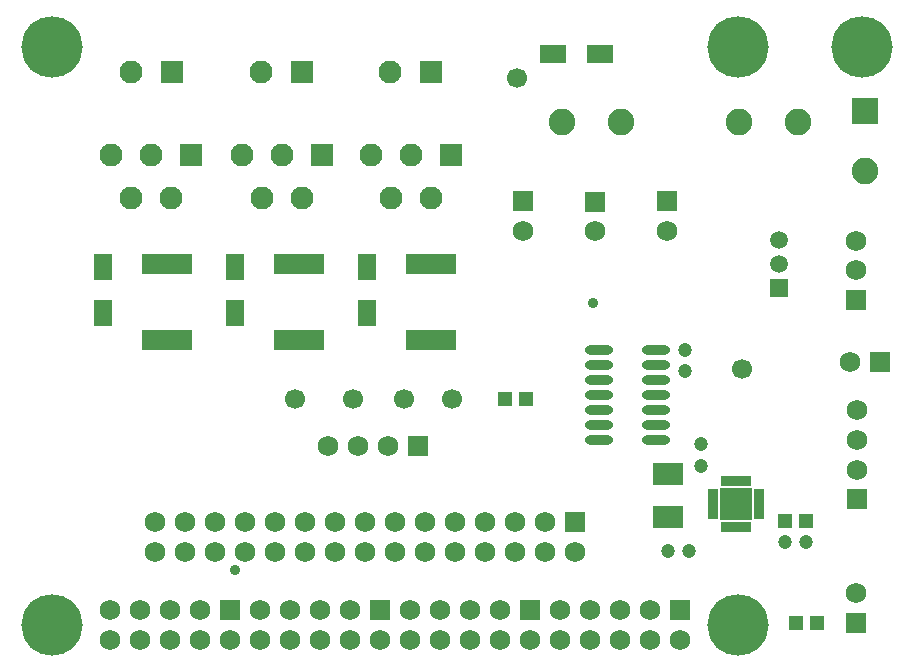
<source format=gts>
%FSTAX23Y23*%
%MOIN*%
%SFA1B1*%

%IPPOS*%
%ADD18C,0.059060*%
%ADD32R,0.068900X0.068900*%
%ADD33C,0.068900*%
%ADD53C,0.066930*%
%ADD54R,0.047240X0.047240*%
%ADD55O,0.094490X0.031500*%
%ADD56C,0.047240*%
%ADD57R,0.102360X0.074800*%
%ADD58R,0.165350X0.070870*%
%ADD59R,0.086610X0.062990*%
%ADD60R,0.062990X0.086610*%
%ADD61R,0.019690X0.036610*%
%ADD62R,0.036610X0.019690*%
%ADD63R,0.106300X0.106300*%
%ADD64R,0.059060X0.059060*%
%ADD65R,0.076770X0.076770*%
%ADD66C,0.076770*%
%ADD67R,0.068900X0.068900*%
%ADD68R,0.068900X0.067870*%
%ADD69C,0.204720*%
%ADD70R,0.088580X0.088580*%
%ADD71C,0.088580*%
%ADD72C,0.035430*%
%LNrpiadapterpcb-1*%
%LPD*%
G54D18*
X0256Y01391D03*
Y0147D03*
G54D32*
X01355Y00785D03*
X0188Y0053D03*
X00729Y00237D03*
X01229D03*
X02229D03*
X02895Y01065D03*
G54D33*
X01055Y00785D03*
X01155D03*
X01255D03*
X02815Y01468D03*
Y0137D03*
X0098Y0053D03*
Y0043D03*
X0108Y0053D03*
Y0043D03*
X0118Y0053D03*
Y0043D03*
X0188D03*
X0178D03*
X0168D03*
X0148D03*
X0158D03*
Y0053D03*
X0148D03*
X0168D03*
X0178D03*
X0138D03*
Y0043D03*
X0128D03*
Y0053D03*
X0088D03*
Y0043D03*
X0078D03*
Y0053D03*
X0068Y0043D03*
Y0053D03*
X0058Y0043D03*
Y0053D03*
X0048Y0043D03*
Y0053D03*
X00329Y00137D03*
Y00237D03*
X00429Y00137D03*
Y00237D03*
X00529Y00137D03*
Y00237D03*
X00629Y00137D03*
Y00237D03*
X00729Y00137D03*
X00829Y00237D03*
Y00137D03*
X00929Y00237D03*
Y00137D03*
X01029Y00237D03*
Y00137D03*
X01129Y00237D03*
Y00137D03*
X01229D03*
X01329Y00237D03*
Y00137D03*
X01429Y00237D03*
Y00137D03*
X01529D03*
Y00237D03*
X01629Y00137D03*
Y00237D03*
X01729Y00137D03*
X01829D03*
Y00237D03*
X01929Y00137D03*
Y00237D03*
X02029Y00137D03*
X02129D03*
X02029Y00237D03*
X02129D03*
X02229Y00137D03*
X02815Y00295D03*
X0282Y00903D03*
Y00805D03*
Y00706D03*
X01945Y015D03*
X01705Y01501D03*
X02185D03*
X02795Y01065D03*
G54D53*
X00944Y0094D03*
X01685Y0201D03*
X02435Y0104D03*
X0114Y0094D03*
X0131D03*
X0147D03*
G54D54*
X02685Y00195D03*
X02614D03*
X01715Y0094D03*
X01644D03*
X02579Y00535D03*
X0265D03*
G54D55*
X0196Y01105D03*
Y01055D03*
Y01005D03*
Y00955D03*
Y00905D03*
Y00855D03*
Y00805D03*
X02149Y01105D03*
Y01055D03*
Y01005D03*
Y00955D03*
Y00905D03*
Y00855D03*
Y00805D03*
G54D56*
X02245Y01034D03*
Y01105D03*
X02579Y00465D03*
X0265D03*
X0226Y00435D03*
X02189D03*
X023Y0079D03*
Y00719D03*
G54D57*
X0219Y00547D03*
Y00692D03*
G54D58*
X014Y01139D03*
Y0139D03*
X0096Y01139D03*
Y0139D03*
X0052Y01139D03*
Y0139D03*
G54D59*
X01962Y0209D03*
X01807D03*
G54D60*
X00305Y01382D03*
Y01227D03*
X00745Y01382D03*
Y01227D03*
X01185Y01382D03*
Y01227D03*
G54D61*
X02455Y00669D03*
X02435D03*
X02415D03*
X02395D03*
X02376D03*
Y00515D03*
X02395D03*
X02415D03*
X02435D03*
X02455D03*
G54D62*
X02338Y00631D03*
Y00612D03*
Y00592D03*
Y00572D03*
Y00552D03*
X02492D03*
Y00572D03*
Y00592D03*
Y00612D03*
Y00631D03*
G54D63*
X02415Y00592D03*
G54D64*
X0256Y01312D03*
G54D65*
X00535Y0203D03*
X006Y01755D03*
X01035D03*
X01465D03*
X0097Y0203D03*
X014D03*
G54D66*
X00398Y0203D03*
X00333Y01755D03*
X004Y0161D03*
X00466Y01755D03*
X00533Y0161D03*
X00768Y01755D03*
X00835Y0161D03*
X00901Y01755D03*
X00968Y0161D03*
X01198Y01755D03*
X01265Y0161D03*
X01331Y01755D03*
X01398Y0161D03*
X00833Y0203D03*
X01263D03*
G54D67*
X02815Y01271D03*
Y00196D03*
X0282Y00608D03*
X01945Y01598D03*
X01705Y016D03*
X02185D03*
G54D68*
X01729Y00237D03*
G54D69*
X00137Y00187D03*
Y02116D03*
X02834D03*
X02421Y00187D03*
Y02116D03*
G54D70*
X02845Y019D03*
G54D71*
X02845Y017D03*
X02621Y01865D03*
X02425D03*
X01834D03*
X02031D03*
G54D72*
X0194Y0126D03*
X00745Y0037D03*
M02*
</source>
